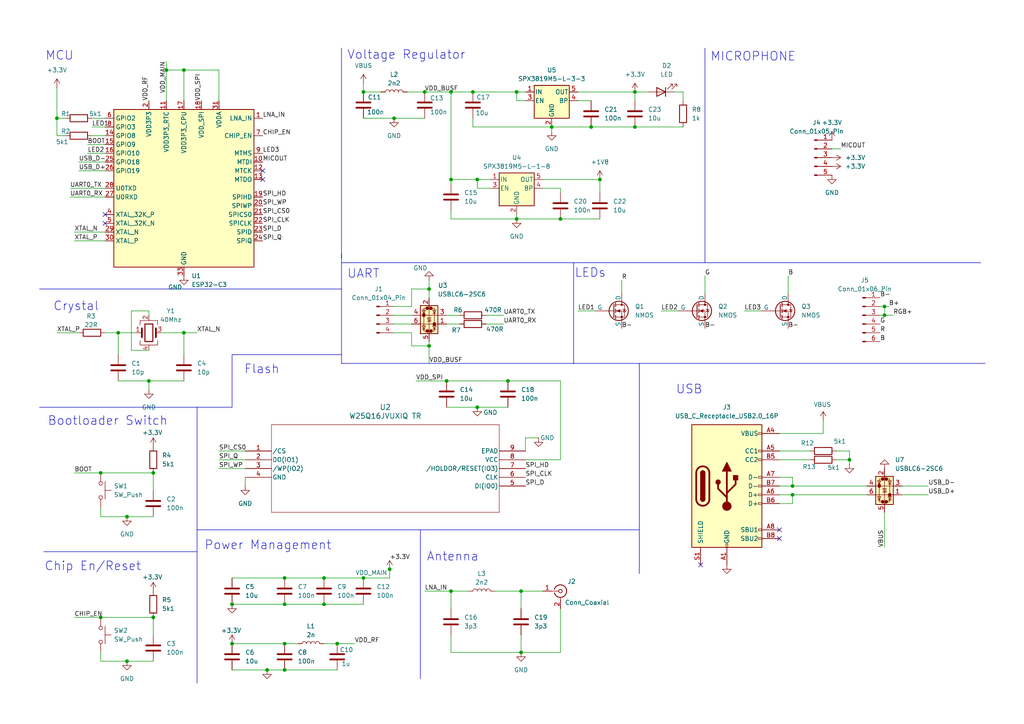
<source format=kicad_sch>
(kicad_sch (version 20231120) (generator "eeschema") (generator_version "8.0")
  (paper "A4")
  (junction (at 34.29 96.52))
  (junction (at 43.18 110.49))
  (junction (at 93.98 175.26))
  (junction (at 171.45 36.83))
  (junction (at 229.87 140.97))
  (junction (at 97.79 186.69))
  (junction (at 113.03 165.1))
  (junction (at 44.45 137.16))
  (junction (at 130.81 171.45))
  (junction (at 246.38 133.35))
  (junction (at 105.41 167.64))
  (junction (at 184.15 26.67))
  (junction (at 162.56 63.5))
  (junction (at 160.02 36.83))
  (junction (at 149.86 63.5))
  (junction (at 124.46 83.82))
  (junction (at 151.13 189.23))
  (junction (at 93.98 167.64))
  (junction (at 67.31 175.26))
  (junction (at 173.99 52.07))
  (junction (at 29.21 137.16))
  (junction (at 256.54 88.9))
  (junction (at 129.54 110.49))
  (junction (at 44.45 179.07))
  (junction (at 82.55 167.64))
  (junction (at 137.16 26.67))
  (junction (at 229.87 143.51))
  (junction (at 77.47 194.31))
  (junction (at 53.34 20.32))
  (junction (at 82.55 194.31))
  (junction (at 138.43 118.11))
  (junction (at 53.34 96.52))
  (junction (at 67.31 186.69))
  (junction (at 123.19 26.67))
  (junction (at 105.41 26.67))
  (junction (at 114.3 34.29))
  (junction (at 256.54 91.44))
  (junction (at 82.55 175.26))
  (junction (at 151.13 171.45))
  (junction (at 130.81 52.07))
  (junction (at 130.81 26.67))
  (junction (at 36.83 191.77))
  (junction (at 29.21 179.07))
  (junction (at 147.32 110.49))
  (junction (at 149.86 26.67))
  (junction (at 124.46 100.33))
  (junction (at 138.43 52.07))
  (junction (at 184.15 36.83))
  (junction (at 36.83 149.86))
  (junction (at 82.55 186.69))
  (junction (at 48.26 20.32))
  (junction (at 16.51 34.29))
  (no_connect (at 76.2 49.53))
  (no_connect (at 203.2 163.83))
  (no_connect (at 226.06 156.21))
  (no_connect (at 30.48 62.23))
  (no_connect (at 226.06 153.67))
  (no_connect (at 30.48 64.77))
  (no_connect (at 76.2 52.07))
  (polyline (pts (xy 121.92 153.67) (xy 121.92 196.85)))
  (wire (pts (xy 191.77 90.17) (xy 196.85 90.17)))
  (wire (pts (xy 135.89 171.45) (xy 130.81 171.45)))
  (wire (pts (xy 21.59 67.31) (xy 30.48 67.31)))
  (wire (pts (xy 238.76 125.73) (xy 238.76 121.92)))
  (wire (pts (xy 22.86 49.53) (xy 30.48 49.53)))
  (wire (pts (xy 226.06 125.73) (xy 238.76 125.73)))
  (wire (pts (xy 149.86 63.5) (xy 162.56 63.5)))
  (wire (pts (xy 124.46 100.33) (xy 124.46 105.41)))
  (wire (pts (xy 257.81 88.9) (xy 256.54 88.9)))
  (wire (pts (xy 82.55 167.64) (xy 93.98 167.64)))
  (wire (pts (xy 226.06 138.43) (xy 229.87 138.43)))
  (wire (pts (xy 43.18 90.17) (xy 43.18 91.44)))
  (wire (pts (xy 143.51 171.45) (xy 151.13 171.45)))
  (wire (pts (xy 152.4 127) (xy 156.21 127)))
  (wire (pts (xy 44.45 142.24) (xy 44.45 137.16)))
  (wire (pts (xy 29.21 149.86) (xy 36.83 149.86)))
  (polyline (pts (xy 129.54 153.67) (xy 185.42 153.67)))
  (wire (pts (xy 246.38 130.81) (xy 246.38 133.35)))
  (polyline (pts (xy 99.06 13.97) (xy 99.06 74.93)))
  (wire (pts (xy 256.54 88.9) (xy 255.27 88.9)))
  (wire (pts (xy 26.67 36.83) (xy 30.48 36.83)))
  (polyline (pts (xy 99.06 76.2) (xy 118.11 76.2)))
  (wire (pts (xy 167.64 90.17) (xy 172.72 90.17)))
  (wire (pts (xy 20.32 54.61) (xy 30.48 54.61)))
  (wire (pts (xy 129.54 91.44) (xy 133.35 91.44)))
  (wire (pts (xy 162.56 176.53) (xy 162.56 189.23)))
  (wire (pts (xy 256.54 91.44) (xy 255.27 91.44)))
  (wire (pts (xy 140.97 93.98) (xy 146.05 93.98)))
  (wire (pts (xy 93.98 175.26) (xy 105.41 175.26)))
  (wire (pts (xy 63.5 20.32) (xy 53.34 20.32)))
  (wire (pts (xy 46.99 96.52) (xy 53.34 96.52)))
  (polyline (pts (xy 99.06 73.66) (xy 99.06 105.41)))
  (wire (pts (xy 149.86 26.67) (xy 152.4 26.67)))
  (wire (pts (xy 114.3 88.9) (xy 119.38 88.9)))
  (wire (pts (xy 256.54 88.9) (xy 256.54 91.44)))
  (wire (pts (xy 20.32 57.15) (xy 30.48 57.15)))
  (wire (pts (xy 130.81 63.5) (xy 149.86 63.5)))
  (wire (pts (xy 140.97 91.44) (xy 146.05 91.44)))
  (wire (pts (xy 53.34 20.32) (xy 48.26 20.32)))
  (wire (pts (xy 142.24 52.07) (xy 138.43 52.07)))
  (wire (pts (xy 113.03 162.56) (xy 113.03 165.1)))
  (wire (pts (xy 113.03 165.1) (xy 113.03 167.64)))
  (wire (pts (xy 130.81 60.96) (xy 130.81 63.5)))
  (wire (pts (xy 119.38 100.33) (xy 124.46 100.33)))
  (wire (pts (xy 82.55 194.31) (xy 97.79 194.31)))
  (wire (pts (xy 67.31 167.64) (xy 82.55 167.64)))
  (wire (pts (xy 43.18 110.49) (xy 43.18 113.03)))
  (wire (pts (xy 138.43 54.61) (xy 138.43 52.07)))
  (wire (pts (xy 16.51 25.4) (xy 16.51 34.29)))
  (wire (pts (xy 119.38 83.82) (xy 124.46 83.82)))
  (wire (pts (xy 82.55 186.69) (xy 86.36 186.69)))
  (wire (pts (xy 44.45 179.07) (xy 29.21 179.07)))
  (polyline (pts (xy 57.15 160.02) (xy 57.15 118.11)))
  (polyline (pts (xy 12.7 160.02) (xy 57.15 160.02)))
  (wire (pts (xy 162.56 63.5) (xy 173.99 63.5)))
  (wire (pts (xy 114.3 34.29) (xy 123.19 34.29)))
  (wire (pts (xy 226.06 130.81) (xy 234.95 130.81)))
  (wire (pts (xy 93.98 167.64) (xy 105.41 167.64)))
  (wire (pts (xy 43.18 110.49) (xy 53.34 110.49)))
  (wire (pts (xy 149.86 29.21) (xy 149.86 26.67)))
  (wire (pts (xy 29.21 147.32) (xy 29.21 149.86)))
  (wire (pts (xy 162.56 189.23) (xy 151.13 189.23)))
  (polyline (pts (xy 11.43 118.11) (xy 67.31 118.11)))
  (wire (pts (xy 34.29 110.49) (xy 43.18 110.49)))
  (wire (pts (xy 228.6 80.01) (xy 228.6 85.09)))
  (wire (pts (xy 123.19 171.45) (xy 130.81 171.45)))
  (wire (pts (xy 29.21 189.23) (xy 29.21 191.77)))
  (wire (pts (xy 36.83 191.77) (xy 44.45 191.77)))
  (wire (pts (xy 105.41 26.67) (xy 110.49 26.67)))
  (wire (pts (xy 124.46 83.82) (xy 124.46 86.36)))
  (wire (pts (xy 152.4 29.21) (xy 149.86 29.21)))
  (wire (pts (xy 71.12 140.97) (xy 71.12 138.43)))
  (wire (pts (xy 22.86 46.99) (xy 30.48 46.99)))
  (wire (pts (xy 129.54 110.49) (xy 147.32 110.49)))
  (wire (pts (xy 63.5 130.81) (xy 71.12 130.81)))
  (wire (pts (xy 16.51 34.29) (xy 19.05 34.29)))
  (wire (pts (xy 130.81 53.34) (xy 130.81 52.07)))
  (wire (pts (xy 105.41 34.29) (xy 114.3 34.29)))
  (wire (pts (xy 242.57 130.81) (xy 246.38 130.81)))
  (polyline (pts (xy 67.31 102.87) (xy 99.06 102.87)))
  (wire (pts (xy 38.1 101.6) (xy 38.1 90.17)))
  (wire (pts (xy 184.15 26.67) (xy 184.15 29.21)))
  (wire (pts (xy 259.08 91.44) (xy 256.54 91.44)))
  (wire (pts (xy 82.55 175.26) (xy 93.98 175.26)))
  (wire (pts (xy 34.29 96.52) (xy 39.37 96.52)))
  (wire (pts (xy 124.46 81.28) (xy 124.46 83.82)))
  (wire (pts (xy 119.38 88.9) (xy 119.38 83.82)))
  (polyline (pts (xy 166.37 105.41) (xy 285.75 105.41)))
  (polyline (pts (xy 118.11 76.2) (xy 204.47 76.2)))
  (wire (pts (xy 129.54 93.98) (xy 133.35 93.98)))
  (wire (pts (xy 105.41 24.13) (xy 105.41 26.67)))
  (wire (pts (xy 130.81 26.67) (xy 130.81 52.07)))
  (wire (pts (xy 241.3 43.18) (xy 243.84 43.18)))
  (wire (pts (xy 160.02 36.83) (xy 160.02 38.1)))
  (wire (pts (xy 16.51 39.37) (xy 16.51 34.29)))
  (polyline (pts (xy 204.47 76.2) (xy 284.48 76.2)))
  (wire (pts (xy 123.19 26.67) (xy 130.81 26.67)))
  (wire (pts (xy 97.79 186.69) (xy 102.87 186.69)))
  (polyline (pts (xy 204.47 13.97) (xy 204.47 76.2)))
  (wire (pts (xy 151.13 171.45) (xy 157.48 171.45)))
  (wire (pts (xy 261.62 143.51) (xy 269.24 143.51)))
  (wire (pts (xy 130.81 52.07) (xy 138.43 52.07)))
  (wire (pts (xy 229.87 140.97) (xy 251.46 140.97)))
  (polyline (pts (xy 57.15 153.67) (xy 129.54 153.67)))
  (wire (pts (xy 67.31 175.26) (xy 82.55 175.26)))
  (wire (pts (xy 118.11 26.67) (xy 123.19 26.67)))
  (wire (pts (xy 198.12 26.67) (xy 198.12 29.21)))
  (wire (pts (xy 261.62 140.97) (xy 269.24 140.97)))
  (wire (pts (xy 25.4 41.91) (xy 30.48 41.91)))
  (wire (pts (xy 44.45 137.16) (xy 29.21 137.16)))
  (wire (pts (xy 130.81 189.23) (xy 130.81 184.15)))
  (wire (pts (xy 229.87 143.51) (xy 251.46 143.51)))
  (polyline (pts (xy 57.15 160.02) (xy 57.15 198.12)))
  (wire (pts (xy 229.87 146.05) (xy 229.87 143.51)))
  (wire (pts (xy 36.83 149.86) (xy 44.45 149.86)))
  (wire (pts (xy 44.45 184.15) (xy 44.45 179.07)))
  (wire (pts (xy 53.34 29.21) (xy 53.34 20.32)))
  (wire (pts (xy 48.26 17.78) (xy 48.26 20.32)))
  (wire (pts (xy 71.12 135.89) (xy 63.5 135.89)))
  (wire (pts (xy 129.54 118.11) (xy 138.43 118.11)))
  (wire (pts (xy 204.47 80.01) (xy 204.47 85.09)))
  (wire (pts (xy 195.58 26.67) (xy 198.12 26.67)))
  (wire (pts (xy 53.34 96.52) (xy 57.15 96.52)))
  (wire (pts (xy 215.9 90.17) (xy 220.98 90.17)))
  (wire (pts (xy 256.54 148.59) (xy 256.54 158.75)))
  (wire (pts (xy 149.86 62.23) (xy 149.86 63.5)))
  (wire (pts (xy 53.34 102.87) (xy 53.34 96.52)))
  (wire (pts (xy 48.26 20.32) (xy 48.26 29.21)))
  (polyline (pts (xy 166.37 105.41) (xy 99.06 105.41)))
  (polyline (pts (xy 185.42 105.41) (xy 185.42 166.37)))
  (wire (pts (xy 119.38 96.52) (xy 119.38 100.33)))
  (wire (pts (xy 180.34 81.28) (xy 180.34 85.09)))
  (wire (pts (xy 157.48 52.07) (xy 173.99 52.07)))
  (polyline (pts (xy 11.43 83.82) (xy 99.06 83.82)))
  (wire (pts (xy 124.46 99.06) (xy 124.46 100.33)))
  (wire (pts (xy 26.67 39.37) (xy 30.48 39.37)))
  (wire (pts (xy 67.31 186.69) (xy 82.55 186.69)))
  (wire (pts (xy 152.4 130.81) (xy 152.4 127)))
  (wire (pts (xy 38.1 90.17) (xy 43.18 90.17)))
  (wire (pts (xy 226.06 133.35) (xy 234.95 133.35)))
  (wire (pts (xy 29.21 191.77) (xy 36.83 191.77)))
  (wire (pts (xy 16.51 96.52) (xy 22.86 96.52)))
  (wire (pts (xy 43.18 101.6) (xy 38.1 101.6)))
  (wire (pts (xy 226.06 146.05) (xy 229.87 146.05)))
  (wire (pts (xy 34.29 102.87) (xy 34.29 96.52)))
  (wire (pts (xy 105.41 167.64) (xy 113.03 167.64)))
  (wire (pts (xy 171.45 36.83) (xy 184.15 36.83)))
  (wire (pts (xy 157.48 54.61) (xy 162.56 54.61)))
  (wire (pts (xy 114.3 96.52) (xy 119.38 96.52)))
  (wire (pts (xy 226.06 143.51) (xy 229.87 143.51)))
  (wire (pts (xy 138.43 118.11) (xy 147.32 118.11)))
  (wire (pts (xy 147.32 110.49) (xy 162.56 110.49)))
  (wire (pts (xy 151.13 171.45) (xy 151.13 176.53)))
  (wire (pts (xy 151.13 184.15) (xy 151.13 189.23)))
  (wire (pts (xy 160.02 36.83) (xy 171.45 36.83)))
  (wire (pts (xy 137.16 26.67) (xy 149.86 26.67)))
  (wire (pts (xy 173.99 52.07) (xy 173.99 55.88)))
  (polyline (pts (xy 67.31 118.11) (xy 67.31 102.87)))
  (wire (pts (xy 114.3 91.44) (xy 119.38 91.44)))
  (wire (pts (xy 162.56 133.35) (xy 152.4 133.35)))
  (wire (pts (xy 162.56 110.49) (xy 162.56 133.35)))
  (wire (pts (xy 21.59 69.85) (xy 30.48 69.85)))
  (wire (pts (xy 130.81 171.45) (xy 130.81 176.53)))
  (wire (pts (xy 29.21 179.07) (xy 21.59 179.07)))
  (polyline (pts (xy 166.37 105.41) (xy 166.37 76.2)))
  (wire (pts (xy 67.31 194.31) (xy 77.47 194.31)))
  (wire (pts (xy 93.98 186.69) (xy 97.79 186.69)))
  (wire (pts (xy 184.15 26.67) (xy 187.96 26.67)))
  (wire (pts (xy 229.87 138.43) (xy 229.87 140.97)))
  (wire (pts (xy 167.64 29.21) (xy 171.45 29.21)))
  (wire (pts (xy 137.16 36.83) (xy 160.02 36.83)))
  (wire (pts (xy 162.56 54.61) (xy 162.56 55.88)))
  (wire (pts (xy 63.5 133.35) (xy 71.12 133.35)))
  (wire (pts (xy 30.48 96.52) (xy 34.29 96.52)))
  (wire (pts (xy 226.06 140.97) (xy 229.87 140.97)))
  (wire (pts (xy 29.21 137.16) (xy 21.59 137.16)))
  (wire (pts (xy 142.24 54.61) (xy 138.43 54.61)))
  (wire (pts (xy 120.65 110.49) (xy 129.54 110.49)))
  (wire (pts (xy 19.05 39.37) (xy 16.51 39.37)))
  (wire (pts (xy 137.16 34.29) (xy 137.16 36.83)))
  (wire (pts (xy 26.67 34.29) (xy 30.48 34.29)))
  (wire (pts (xy 114.3 93.98) (xy 119.38 93.98)))
  (wire (pts (xy 184.15 36.83) (xy 198.12 36.83)))
  (wire (pts (xy 151.13 189.23) (xy 130.81 189.23)))
  (wire (pts (xy 242.57 133.35) (xy 246.38 133.35)))
  (wire (pts (xy 77.47 194.31) (xy 82.55 194.31)))
  (wire (pts (xy 246.38 133.35) (xy 246.38 134.62)))
  (wire (pts (xy 167.64 26.67) (xy 184.15 26.67)))
  (wire (pts (xy 63.5 29.21) (xy 63.5 20.32)))
  (wire (pts (xy 130.81 26.67) (xy 137.16 26.67)))
  (wire (pts (xy 25.4 44.45) (xy 30.48 44.45)))
  (text "USB" (at 199.898 113.03 0) (effects (font (size 2.54 2.54))))
  (text "UART" (at 105.41 79.502 0) (effects (font (size 2.54 2.54))))
  (text "MCU" (at 17.272 16.256 0) (effects (font (size 2.54 2.54))))
  (text "Chip En/Reset" (at 26.924 164.338 0) (effects (font (size 2.54 2.54))))
  (text "Voltage Regulator" (at 117.856 16.002 0) (effects (font (size 2.54 2.54))))
  (text "Bootloader Switch" (at 31.242 122.174 0) (effects (font (size 2.54 2.54))))
  (text "MICROPHONE" (at 218.44 16.51 0) (effects (font (size 2.54 2.54))))
  (text "Crystal" (at 22.098 88.9 0) (effects (font (size 2.54 2.54))))
  (text "Antenna" (at 131.318 161.544 0) (effects (font (size 2.54 2.54))))
  (text "Power Management" (at 77.724 158.242 0) (effects (font (size 2.54 2.54))))
  (text "LEDs" (at 171.196 79.248 0) (effects (font (size 2.54 2.54))))
  (text "Flash" (at 75.946 107.188 0) (effects (font (size 2.54 2.54))))
  (label "B" (at 255.27 99.06 0))
  (label "LED1" (at 167.64 90.17 0))
  (label "B+" (at 257.81 88.9 0))
  (label "SPI_D" (at 152.4 140.97 0))
  (label "MICOUT" (at 243.84 43.18 0))
  (label "USB_D+" (at 269.24 143.51 0))
  (label "USB_D-" (at 22.86 46.99 0))
  (label "B" (at 228.6 80.01 0))
  (label "B-" (at 204.47 95.25 0))
  (label "VDD_RF" (at 43.18 29.21 90))
  (label "UART0_RX" (at 146.05 93.98 0))
  (label "LED3" (at 76.2 44.45 0))
  (label "UART0_RX" (at 20.32 57.15 0))
  (label "B-" (at 255.27 86.36 0))
  (label "SPI_CLK" (at 76.2 64.77 0))
  (label "VDD_SPI" (at 120.65 110.49 0))
  (label "CHIP_EN" (at 21.59 179.07 0))
  (label "SPI_HD" (at 76.2 57.15 0))
  (label "MICOUT" (at 76.2 46.99 0))
  (label "LED2" (at 25.4 44.45 0))
  (label "SPI_WP" (at 63.5 135.89 0))
  (label "XTAL_P" (at 21.59 69.85 0))
  (label "CHIP_EN" (at 76.2 39.37 0))
  (label "VBUS" (at 256.54 158.75 90))
  (label "LED3" (at 215.9 90.17 0))
  (label "VDD_RF" (at 102.87 186.69 0))
  (label "VDD_SPI" (at 58.42 29.21 90))
  (label "RGB+" (at 259.08 91.44 0))
  (label "SPI_D" (at 76.2 67.31 0))
  (label "LNA_IN" (at 76.2 34.29 0))
  (label "XTAL_P" (at 16.51 96.52 0))
  (label "VDD_MAIN" (at 48.26 17.78 270))
  (label "BOOT" (at 25.4 41.91 0))
  (label "VDD_BUSF" (at 123.19 26.67 0))
  (label "R" (at 180.34 81.28 0))
  (label "BOOT" (at 21.59 137.16 0))
  (label "+3.3V" (at 113.03 162.56 0))
  (label "G" (at 204.47 80.01 0))
  (label "UART0_TX" (at 20.32 54.61 0))
  (label "SPI_CS0" (at 63.5 130.81 0))
  (label "R" (at 255.27 96.52 0))
  (label "G" (at 255.27 93.98 0))
  (label "XTAL_N" (at 57.15 96.52 0))
  (label "SPI_WP" (at 76.2 59.69 0))
  (label "USB_D-" (at 269.24 140.97 0))
  (label "SPI_Q" (at 63.5 133.35 0))
  (label "SPI_Q" (at 76.2 69.85 0))
  (label "B-" (at 228.6 95.25 0))
  (label "SPI_CS0" (at 76.2 62.23 0))
  (label "USB_D+" (at 22.86 49.53 0))
  (label "XTAL_N" (at 21.59 67.31 0))
  (label "SPI_HD" (at 152.4 135.89 0))
  (label "UART0_TX" (at 146.05 91.44 0))
  (label "SPI_CLK" (at 152.4 138.43 0))
  (label "LNA_IN" (at 123.19 171.45 0))
  (label "B-" (at 180.34 95.25 0))
  (label "LED1" (at 26.67 36.83 0))
  (label "LED2" (at 191.77 90.17 0))
  (label "VDD_BUSF" (at 124.46 105.41 0))
  (symbol (lib_id "Device:Crystal_GND24") (at 43.18 96.52 0) (unit 1)
    (property "Reference" "Y1" (at 49.53 90.2014 0))
    (property "Value" "40Mhz" (at 49.53 92.7414 0))
    (property "Footprint" "Crystal:Crystal_SMD_EuroQuartz_MQ-4Pin_7.0x5.0mm_HandSoldering" (effects (hide yes)))
    (property "Description" "Four pin crystal, GND on pins 2 and 4" (effects (hide yes)))
  )
  (symbol (lib_id "Device:C") (at 130.81 180.34 0) (unit 1)
    (property "Reference" "C16" (at 134.62 179.0699 0) (effects (justify left)))
    (property "Value" "3p3" (at 134.62 181.6099 0) (effects (justify left)))
    (property "Footprint" "Capacitor_SMD:C_0805_2012Metric_Pad1.18x1.45mm_HandSolder" (effects (hide yes)))
    (property "Description" "Unpolarized capacitor" (effects (hide yes)))
  )
  (symbol (lib_id "power:+3.3V") (at 44.45 171.45 0) (unit 1)
    (property "Reference" "#PWR05" (effects (hide yes)))
    (property "Value" "+3.3V" (at 44.196 167.386 0))
    (property "Description" "Power symbol creates a global label with name \"+3.3V\"" (effects (hide yes)))
  )
  (symbol (lib_id "Device:R") (at 137.16 91.44 90) (unit 1)
    (property "Reference" "R6" (at 132.842 89.916 90))
    (property "Value" "470R" (at 143.002 89.916 90))
    (property "Footprint" "Resistor_SMD:R_0805_2012Metric_Pad1.20x1.40mm_HandSolder" (effects (hide yes)))
    (property "Description" "Resistor" (effects (hide yes)))
  )
  (symbol (lib_id "Simulation_SPICE:NMOS") (at 201.93 90.17 0) (unit 1)
    (property "Reference" "Q2" (at 208.28 88.8999 0) (effects (justify left)))
    (property "Value" "NMOS" (at 208.28 91.4399 0) (effects (justify left)))
    (property "Footprint" "Package_TO_SOT_THT:TO-247-3_Vertical" (effects (hide yes)))
    (property "Datasheet" "https://ngspice.sourceforge.io/docs/ngspice-html-manual/manual.xhtml#cha_MOSFETs" (effects (hide yes)))
    (property "Description" "N-MOSFET transistor, drain/source/gate" (effects (hide yes)))
    (property "Sim.Device" "NMOS" (effects (hide yes)))
    (property "Sim.Type" "VDMOS" (effects (hide yes)))
    (property "Sim.Pins" "1=D 2=G 3=S" (effects (hide yes)))
  )
  (symbol (lib_id "power:GND") (at 43.18 113.03 0) (unit 1)
    (property "Reference" "#PWR033" (effects (hide yes)))
    (property "Value" "GND" (at 43.18 118.11 0))
    (property "Description" "Power symbol creates a global label with name \"GND\" , ground" (effects (hide yes)))
  )
  (symbol (lib_id "power:GND") (at 156.21 127 0) (unit 1)
    (property "Reference" "#PWR018" (effects (hide yes)))
    (property "Value" "GND" (at 158.75 127 0))
    (property "Description" "Power symbol creates a global label with name \"GND\" , ground" (effects (hide yes)))
  )
  (symbol (lib_id "Device:R") (at 238.76 133.35 90) (unit 1)
    (property "Reference" "R13" (at 234.696 135.382 90))
    (property "Value" "5k1" (at 241.808 135.636 90))
    (property "Footprint" "Resistor_SMD:R_0805_2012Metric_Pad1.20x1.40mm_HandSolder" (effects (hide yes)))
    (property "Description" "Resistor" (effects (hide yes)))
  )
  (symbol (lib_id "MCU_Espressif:ESP32-C3") (at 53.34 54.61 0) (unit 1)
    (property "Reference" "U1" (at 55.5341 80.01 0) (effects (justify left)))
    (property "Value" "ESP32-C3" (at 55.5341 82.55 0) (effects (justify left)))
    (property "Footprint" "Package_DFN_QFN:QFN-32-1EP_5x5mm_P0.5mm_EP3.7x3.7mm" (effects (hide yes)))
    (property "Datasheet" "https://www.espressif.com/sites/default/files/documentation/esp32-c3_datasheet_en.pdf" (effects (hide yes)))
    (property "Description" "RF Module, ESP32 SoC, RISC-V, WiFi 802.11b/n/g, Bluetooth LE 5, QFN32" (effects (hide yes)))
  )
  (symbol (lib_id "Device:C") (at 105.41 30.48 0) (unit 1)
    (property "Reference" "C11" (at 106.68 28.194 0) (effects (justify left)))
    (property "Value" "100n" (at 106.426 32.512 0) (effects (justify left)))
    (property "Footprint" "Capacitor_SMD:C_0805_2012Metric_Pad1.18x1.45mm_HandSolder" (effects (hide yes)))
    (property "Description" "Unpolarized capacitor" (effects (hide yes)))
  )
  (symbol (lib_id "power:GND") (at 210.82 163.83 0) (unit 1)
    (property "Reference" "#PWR023" (effects (hide yes)))
    (property "Value" "GND" (effects (hide yes)))
    (property "Description" "Power symbol creates a global label with name \"GND\" , ground" (effects (hide yes)))
  )
  (symbol (lib_id "Device:R") (at 22.86 34.29 90) (unit 1)
    (property "Reference" "R1" (at 19.05 33.02 90))
    (property "Value" "5k1" (at 27.686 33.02 90))
    (property "Footprint" "Resistor_SMD:R_0805_2012Metric_Pad1.20x1.40mm_HandSolder" (effects (hide yes)))
    (property "Description" "Resistor" (effects (hide yes)))
  )
  (symbol (lib_id "Connector:Conn_01x06_Pin") (at 250.19 91.44 0) (unit 1)
    (property "Reference" "J5" (at 250.825 81.28 0))
    (property "Value" "Conn_01x06_Pin" (at 250.825 83.82 0))
    (property "Footprint" "Connector_PinSocket_2.00mm:PinSocket_1x06_P2.00mm_Vertical_SMD_Pin1Right" (effects (hide yes)))
    (property "Description" "Generic connector, single row, 01x06, script generated" (effects (hide yes)))
  )
  (symbol (lib_id "Device:C") (at 44.45 146.05 0) (unit 1)
    (property "Reference" "C2" (at 48.26 144.7799 0) (effects (justify left)))
    (property "Value" "100n" (at 48.26 147.3199 0) (effects (justify left)))
    (property "Footprint" "Capacitor_SMD:C_0805_2012Metric_Pad1.18x1.45mm_HandSolder" (effects (hide yes)))
    (property "Description" "Unpolarized capacitor" (effects (hide yes)))
  )
  (symbol (lib_id "power:GND") (at 71.12 140.97 0) (unit 1)
    (property "Reference" "#PWR09" (effects (hide yes)))
    (property "Value" "GND" (at 71.12 146.05 0))
    (property "Description" "Power symbol creates a global label with name \"GND\" , ground" (effects (hide yes)))
  )
  (symbol (lib_id "power:+3.3V") (at 44.45 129.54 0) (unit 1)
    (property "Reference" "#PWR04" (effects (hide yes)))
    (property "Value" "+3.3V" (at 44.196 125.476 0))
    (property "Description" "Power symbol creates a global label with name \"+3.3V\"" (effects (hide yes)))
  )
  (symbol (lib_id "Connector:Conn_01x05_Pin") (at 236.22 45.72 0) (unit 1)
    (property "Reference" "J4" (at 236.855 35.56 0))
    (property "Value" "Conn_01x05_Pin" (at 236.855 38.1 0))
    (property "Footprint" "Connector_PinSocket_2.00mm:PinSocket_1x05_P2.00mm_Vertical_SMD_Pin1Right" (effects (hide yes)))
    (property "Description" "Generic connector, single row, 01x05, script generated" (effects (hide yes)))
  )
  (symbol (lib_id "power:GND") (at 124.46 81.28 180) (unit 1)
    (property "Reference" "#PWR014" (effects (hide yes)))
    (property "Value" "GND" (at 121.92 77.724 0))
    (property "Description" "Power symbol creates a global label with name \"GND\" , ground" (effects (hide yes)))
  )
  (symbol (lib_id "Connector:Conn_01x04_Pin") (at 109.22 91.44 0) (unit 1)
    (property "Reference" "J1" (at 109.855 83.82 0))
    (property "Value" "Conn_01x04_Pin" (at 109.855 86.36 0))
    (property "Footprint" "Connector_PinSocket_2.00mm:PinSocket_1x04_P2.00mm_Vertical" (effects (hide yes)))
    (property "Description" "Generic connector, single row, 01x04, script generated" (effects (hide yes)))
  )
  (symbol (lib_id "power:+3.3V") (at 184.15 26.67 0) (unit 1)
    (property "Reference" "#PWR021" (effects (hide yes)))
    (property "Value" "+3.3V" (at 184.15 21.59 0))
    (property "Description" "Power symbol creates a global label with name \"+3.3V\"" (effects (hide yes)))
  )
  (symbol (lib_id "power:+3.3V") (at 16.51 25.4 0) (unit 1)
    (property "Reference" "#PWR01" (effects (hide yes)))
    (property "Value" "+3.3V" (at 16.51 20.32 0))
    (property "Description" "Power symbol creates a global label with name \"+3.3V\"" (effects (hide yes)))
  )
  (symbol (lib_id "Device:C") (at 82.55 171.45 0) (unit 1)
    (property "Reference" "C7" (at 86.36 170.1799 0) (effects (justify left)))
    (property "Value" "100n" (at 86.36 172.7199 0) (effects (justify left)))
    (property "Footprint" "Capacitor_SMD:C_0805_2012Metric_Pad1.18x1.45mm_HandSolder" (effects (hide yes)))
    (property "Description" "Unpolarized capacitor" (effects (hide yes)))
  )
  (symbol (lib_id "Device:C") (at 129.54 114.3 0) (unit 1)
    (property "Reference" "C14" (at 133.35 113.0299 0) (effects (justify left)))
    (property "Value" "10u" (at 133.35 115.5699 0) (effects (justify left)))
    (property "Footprint" "Capacitor_SMD:C_0805_2012Metric_Pad1.18x1.45mm_HandSolder" (effects (hide yes)))
    (property "Description" "Unpolarized capacitor" (effects (hide yes)))
  )
  (symbol (lib_id "power:GND") (at 36.83 149.86 0) (unit 1)
    (property "Reference" "#PWR02" (effects (hide yes)))
    (property "Value" "GND" (at 36.83 154.94 0))
    (property "Description" "Power symbol creates a global label with name \"GND\" , ground" (effects (hide yes)))
  )
  (symbol (lib_id "power:+1V8") (at 173.99 52.07 0) (unit 1)
    (property "Reference" "#PWR020" (effects (hide yes)))
    (property "Value" "+1V8" (at 173.99 46.99 0))
    (property "Description" "Power symbol creates a global label with name \"+1V8\"" (effects (hide yes)))
  )
  (symbol (lib_id "Device:C") (at 162.56 59.69 0) (unit 1)
    (property "Reference" "C20" (at 166.37 58.4199 0) (effects (justify left)))
    (property "Value" "100n" (at 166.37 60.9599 0) (effects (justify left)))
    (property "Footprint" "Capacitor_SMD:C_0805_2012Metric_Pad1.18x1.45mm_HandSolder" (effects (hide yes)))
    (property "Description" "Unpolarized capacitor" (effects (hide yes)))
  )
  (symbol (lib_id "power:GND") (at 36.83 191.77 0) (unit 1)
    (property "Reference" "#PWR03" (effects (hide yes)))
    (property "Value" "GND" (at 36.83 196.85 0))
    (property "Description" "Power symbol creates a global label with name \"GND\" , ground" (effects (hide yes)))
  )
  (symbol (lib_id "Device:R") (at 238.76 130.81 90) (unit 1)
    (property "Reference" "R12" (at 234.188 128.524 90))
    (property "Value" "5k1" (at 243.586 128.016 90))
    (property "Footprint" "Resistor_SMD:R_0805_2012Metric_Pad1.20x1.40mm_HandSolder" (effects (hide yes)))
    (property "Description" "Resistor" (effects (hide yes)))
  )
  (symbol (lib_id "Device:C") (at 53.34 106.68 0) (unit 1)
    (property "Reference" "C4" (at 57.15 105.4099 0) (effects (justify left)))
    (property "Value" "10p" (at 57.15 107.9499 0) (effects (justify left)))
    (property "Footprint" "Capacitor_SMD:C_0805_2012Metric_Pad1.18x1.45mm_HandSolder" (effects (hide yes)))
    (property "Description" "Unpolarized capacitor" (effects (hide yes)))
  )
  (symbol (lib_id "power:GND") (at 256.54 135.89 180) (unit 1)
    (property "Reference" "#PWR032" (effects (hide yes)))
    (property "Value" "GND" (effects (hide yes)))
    (property "Description" "Power symbol creates a global label with name \"GND\" , ground" (effects (hide yes)))
  )
  (symbol (lib_id "Regulator_Linear:SPX3819M5-L-3-3") (at 160.02 29.21 0) (unit 1)
    (property "Reference" "U5" (at 160.02 20.32 0))
    (property "Value" "SPX3819M5-L-3-3" (at 160.02 22.86 0))
    (property "Footprint" "Package_TO_SOT_SMD:SOT-23-5" (effects (hide yes)))
    (property "Datasheet" "https://www.exar.com/content/document.ashx?id=22106&languageid=1033&type=Datasheet&partnumber=SPX3819&filename=SPX3819.pdf&part=SPX3819" (effects (hide yes)))
    (property "Description" "500mA Low drop-out regulator, Fixed Output 3.3V, SOT-23-5" (effects (hide yes)))
  )
  (symbol (lib_id "Device:R") (at 198.12 33.02 0) (unit 1)
    (property "Reference" "R8" (at 200.66 31.7499 0) (effects (justify left)))
    (property "Value" "1k" (at 200.66 34.2899 0) (effects (justify left)))
    (property "Footprint" "Resistor_SMD:R_0805_2012Metric_Pad1.20x1.40mm_HandSolder" (effects (hide yes)))
    (property "Description" "Resistor" (effects (hide yes)))
  )
  (symbol (lib_id "power:GND") (at 67.31 175.26 0) (unit 1)
    (property "Reference" "#PWR07" (effects (hide yes)))
    (property "Value" "GND" (effects (hide yes)))
    (property "Description" "Power symbol creates a global label with name \"GND\" , ground" (effects (hide yes)))
  )
  (symbol (lib_id "Device:C") (at 97.79 190.5 0) (unit 1)
    (property "Reference" "C10" (at 98.552 188.468 0) (effects (justify left)))
    (property "Value" "1u" (at 99.06 192.532 0) (effects (justify left)))
    (property "Footprint" "Capacitor_SMD:C_0805_2012Metric_Pad1.18x1.45mm_HandSolder" (effects (hide yes)))
    (property "Description" "Unpolarized capacitor" (effects (hide yes)))
  )
  (symbol (lib_id "Simulation_SPICE:NMOS") (at 226.06 90.17 0) (unit 1)
    (property "Reference" "Q3" (at 232.41 88.8999 0) (effects (justify left)))
    (property "Value" "NMOS" (at 232.41 91.4399 0) (effects (justify left)))
    (property "Footprint" "Package_TO_SOT_THT:TO-247-3_Vertical" (effects (hide yes)))
    (property "Datasheet" "https://ngspice.sourceforge.io/docs/ngspice-html-manual/manual.xhtml#cha_MOSFETs" (effects (hide yes)))
    (property "Description" "N-MOSFET transistor, drain/source/gate" (effects (hide yes)))
    (property "Sim.Device" "NMOS" (effects (hide yes)))
    (property "Sim.Type" "VDMOS" (effects (hide yes)))
    (property "Sim.Pins" "1=D 2=G 3=S" (effects (hide yes)))
  )
  (symbol (lib_id "power:GND") (at 151.13 189.23 0) (unit 1)
    (property "Reference" "#PWR017" (effects (hide yes)))
    (property "Value" "GND" (at 151.13 194.31 0))
    (property "Description" "Power symbol creates a global label with name \"GND\" , ground" (effects (hide yes)))
  )
  (symbol (lib_id "Device:R") (at 26.67 96.52 90) (unit 1)
    (property "Reference" "R3" (at 26.416 91.694 90))
    (property "Value" "22R" (at 26.416 94.234 90))
    (property "Footprint" "Resistor_SMD:R_0805_2012Metric_Pad1.20x1.40mm_HandSolder" (effects (hide yes)))
    (property "Description" "Resistor" (effects (hide yes)))
  )
  (symbol (lib_id "Device:L") (at 114.3 26.67 90) (unit 1)
    (property "Reference" "L2" (at 114.3 21.59 90))
    (property "Value" "2n2" (at 114.3 24.13 90))
    (property "Footprint" "Inductor_SMD:L_0805_2012Metric_Pad1.15x1.40mm_HandSolder" (effects (hide yes)))
    (property "Description" "Inductor" (effects (hide yes)))
  )
  (symbol (lib_id "power:GND") (at 77.47 194.31 0) (unit 1)
    (property "Reference" "#PWR010" (effects (hide yes)))
    (property "Value" "GND" (effects (hide yes)))
    (property "Description" "Power symbol creates a global label with name \"GND\" , ground" (effects (hide yes)))
  )
  (symbol (lib_id "power:GND") (at 246.38 134.62 0) (unit 1)
    (property "Reference" "#PWR030" (effects (hide yes)))
    (property "Value" "GND" (effects (hide yes)))
    (property "Description" "Power symbol creates a global label with name \"GND\" , ground" (effects (hide yes)))
  )
  (symbol (lib_id "power:+3.3V") (at 241.3 48.26 270) (unit 1)
    (property "Reference" "#PWR029" (effects (hide yes)))
    (property "Value" "+3.3V" (at 245.11 48.2599 90) (effects (justify left)))
    (property "Description" "Power symbol creates a global label with name \"+3.3V\"" (effects (hide yes)))
  )
  (symbol (lib_id "Device:C") (at 123.19 30.48 0) (unit 1)
    (property "Reference" "C13" (at 124.714 28.448 0) (effects (justify left)))
    (property "Value" "100n" (at 124.714 32.512 0) (effects (justify left)))
    (property "Footprint" "Capacitor_SMD:C_0805_2012Metric_Pad1.18x1.45mm_HandSolder" (effects (hide yes)))
    (property "Description" "Unpolarized capacitor" (effects (hide yes)))
  )
  (symbol (lib_id "2M Flash:W25Q16JVUXIQ_TR") (at 71.12 130.81 0) (unit 1)
    (property "Reference" "U2" (at 111.76 118.11 0) (effects (font (size 1.524 1.524))))
    (property "Value" "W25Q16JVUXIQ TR" (at 111.76 120.65 0) (effects (font (size 1.524 1.524))))
    (property "Footprint" "2M Flash:USON-8_UX_2x3x0p6_WIN" (effects (hide yes)))
    (property "Datasheet" "W25Q16JVUXIQ TR" (effects (hide yes)))
  )
  (symbol (lib_id "Device:L") (at 90.17 186.69 90) (unit 1)
    (property "Reference" "L1" (at 90.17 181.61 90))
    (property "Value" "2n" (at 90.17 184.15 90))
    (property "Footprint" "Inductor_SMD:L_0805_2012Metric_Pad1.15x1.40mm_HandSolder" (effects (hide yes)))
    (property "Description" "Inductor" (effects (hide yes)))
  )
  (symbol (lib_id "Device:C") (at 151.13 180.34 0) (unit 1)
    (property "Reference" "C19" (at 154.94 179.0699 0) (effects (justify left)))
    (property "Value" "3p3" (at 154.94 181.6099 0) (effects (justify left)))
    (property "Footprint" "Capacitor_SMD:C_0805_2012Metric_Pad1.18x1.45mm_HandSolder" (effects (hide yes)))
    (property "Description" "Unpolarized capacitor" (effects (hide yes)))
  )
  (symbol (lib_id "power:GND") (at 160.02 38.1 0) (unit 1)
    (property "Reference" "#PWR019" (effects (hide yes)))
    (property "Value" "GND" (at 160.02 43.18 0))
    (property "Description" "Power symbol creates a global label with name \"GND\" , ground" (effects (hide yes)))
  )
  (symbol (lib_id "Power_Protection:USBLC6-2SC6") (at 256.54 143.51 180) (unit 1)
    (property "Reference" "U7" (at 259.5565 133.35 0) (effects (justify right)))
    (property "Value" "USBLC6-2SC6" (at 259.5565 135.89 0) (effects (justify right)))
    (property "Footprint" "Package_TO_SOT_SMD:SOT-23-6" (effects (hide yes)))
    (property "Datasheet" "https://www.st.com/resource/en/datasheet/usblc6-2.pdf" (effects (hide yes)))
    (property "Description" "Very low capacitance ESD protection diode, 2 data-line, SOT-23-6" (effects (hide yes)))
  )
  (symbol (lib_id "Device:R") (at 22.86 39.37 90) (unit 1)
    (property "Reference" "R2" (at 19.05 38.1 90))
    (property "Value" "5k1" (at 18.034 41.148 90))
    (property "Footprint" "Resistor_SMD:R_0805_2012Metric_Pad1.20x1.40mm_HandSolder" (effects (hide yes)))
    (property "Description" "Resistor" (effects (hide yes)))
  )
  (symbol (lib_id "Device:C") (at 67.31 190.5 0) (unit 1)
    (property "Reference" "C6" (at 71.12 189.2299 0) (effects (justify left)))
    (property "Value" "10u" (at 71.12 191.7699 0) (effects (justify left)))
    (property "Footprint" "Capacitor_SMD:C_0805_2012Metric_Pad1.18x1.45mm_HandSolder" (effects (hide yes)))
    (property "Description" "Unpolarized capacitor" (effects (hide yes)))
  )
  (symbol (lib_id "Device:C") (at 171.45 33.02 0) (unit 1)
    (property "Reference" "C21" (at 175.26 31.7499 0) (effects (justify left)))
    (property "Value" "100n" (at 175.26 34.2899 0) (effects (justify left)))
    (property "Footprint" "Capacitor_SMD:C_0805_2012Metric_Pad1.18x1.45mm_HandSolder" (effects (hide yes)))
    (property "Description" "Unpolarized capacitor" (effects (hide yes)))
  )
  (symbol (lib_id "Device:R") (at 44.45 175.26 0) (unit 1)
    (property "Reference" "R5" (at 46.99 173.9899 0) (effects (justify left)))
    (property "Value" "5k1" (at 46.99 176.5299 0) (effects (justify left)))
    (property "Footprint" "Resistor_SMD:R_0805_2012Metric_Pad1.20x1.40mm_HandSolder" (effects (hide yes)))
    (property "Description" "Resistor" (effects (hide yes)))
  )
  (symbol (lib_id "Device:C") (at 44.45 187.96 0) (unit 1)
    (property "Reference" "C3" (at 48.26 186.6899 0) (effects (justify left)))
    (property "Value" "100n" (at 48.26 189.2299 0) (effects (justify left)))
    (property "Footprint" "Capacitor_SMD:C_0805_2012Metric_Pad1.18x1.45mm_HandSolder" (effects (hide yes)))
    (property "Description" "Unpolarized capacitor" (effects (hide yes)))
  )
  (symbol (lib_id "Device:C") (at 184.15 33.02 0) (unit 1)
    (property "Reference" "C23" (at 187.96 31.7499 0) (effects (justify left)))
    (property "Value" "10u" (at 187.96 34.2899 0) (effects (justify left)))
    (property "Footprint" "Capacitor_SMD:C_0805_2012Metric_Pad1.18x1.45mm_HandSolder" (effects (hide yes)))
    (property "Description" "Unpolarized capacitor" (effects (hide yes)))
  )
  (symbol (lib_id "power:GND") (at 53.34 80.01 0) (unit 1)
    (property "Reference" "#PWR06" (effects (hide yes)))
    (property "Value" "GND" (at 50.8 83.312 0))
    (property "Description" "Power symbol creates a global label with name \"GND\" , ground" (effects (hide yes)))
  )
  (symbol (lib_id "Switch:SW_Push") (at 29.21 184.15 270) (unit 1)
    (property "Reference" "SW2" (at 33.02 182.8799 90) (effects (justify left)))
    (property "Value" "SW_Push" (at 33.02 185.4199 90) (effects (justify left)))
    (property "Footprint" "Button_Switch_SMD:SW_SPST_PTS645" (effects (hide yes)))
    (property "Description" "Push button switch, generic, two pins" (effects (hide yes)))
  )
  (symbol (lib_id "Device:C") (at 147.32 114.3 0) (unit 1)
    (property "Reference" "C18" (at 151.13 113.0299 0) (effects (justify left)))
    (property "Value" "100n" (at 151.13 115.5699 0) (effects (justify left)))
    (property "Footprint" "Capacitor_SMD:C_0805_2012Metric_Pad1.18x1.45mm_HandSolder" (effects (hide yes)))
    (property "Description" "Unpolarized capacitor" (effects (hide yes)))
  )
  (symbol (lib_id "power:VBUS") (at 238.76 121.92 0) (unit 1)
    (property "Reference" "#PWR027" (effects (hide yes)))
    (property "Value" "VBUS" (at 238.506 117.348 0))
    (property "Description" "Power symbol creates a global label with name \"VBUS\"" (effects (hide yes)))
  )
  (symbol (lib_id "Device:C") (at 67.31 171.45 0) (unit 1)
    (property "Reference" "C5" (at 71.12 170.1799 0) (effects (justify left)))
    (property "Value" "10u" (at 71.12 172.7199 0) (effects (justify left)))
    (property "Footprint" "Capacitor_SMD:C_0805_2012Metric_Pad1.18x1.45mm_HandSolder" (effects (hide yes)))
    (property "Description" "Unpolarized capacitor" (effects (hide yes)))
  )
  (symbol (lib_id "Device:C") (at 137.16 30.48 0) (unit 1)
    (property "Reference" "C17" (at 138.176 28.194 0) (effects (justify left)))
    (property "Value" "10u" (at 137.922 32.766 0) (effects (justify left)))
    (property "Footprint" "Capacitor_SMD:C_0805_2012Metric_Pad1.18x1.45mm_HandSolder" (effects (hide yes)))
    (property "Description" "Unpolarized capacitor" (effects (hide yes)))
  )
  (symbol (lib_id "Device:R") (at 137.16 93.98 90) (unit 1)
    (property "Reference" "R7" (at 132.334 95.758 90))
    (property "Value" "470R" (at 143.51 95.504 90))
    (property "Footprint" "Resistor_SMD:R_0805_2012Metric_Pad1.20x1.40mm_HandSolder" (effects (hide yes)))
    (property "Description" "Resistor" (effects (hide yes)))
  )
  (symbol (lib_id "Connector:Conn_Coaxial") (at 162.56 171.45 0) (unit 1)
    (property "Reference" "J2" (at 164.592 168.656 0) (effects (justify left)))
    (property "Value" "Conn_Coaxial" (at 163.83 174.752 0) (effects (justify left)))
    (property "Footprint" "Connector_Coaxial:MMCX_Molex_73415-1471_Vertical" (effects (hide yes)))
    (property "Description" "coaxial connector (BNC, SMA, SMB, SMC, Cinch/RCA, LEMO, ...)" (effects (hide yes)))
  )
  (symbol (lib_id "Device:C") (at 105.41 171.45 0) (unit 1)
    (property "Reference" "C12" (at 109.22 170.1799 0) (effects (justify left)))
    (property "Value" "100n" (at 109.22 172.7199 0) (effects (justify left)))
    (property "Footprint" "Capacitor_SMD:C_0805_2012Metric_Pad1.18x1.45mm_HandSolder" (effects (hide yes)))
    (property "Description" "Unpolarized capacitor" (effects (hide yes)))
  )
  (symbol (lib_id "power:+3.3V") (at 241.3 45.72 270) (unit 1)
    (property "Reference" "#PWR028" (effects (hide yes)))
    (property "Value" "+3.3V" (at 245.11 45.7199 90) (effects (justify left)))
    (property "Description" "Power symbol creates a global label with name \"+3.3V\"" (effects (hide yes)))
  )
  (symbol (lib_id "power:VBUS") (at 67.31 186.69 0) (unit 1)
    (property "Reference" "#PWR08" (effects (hide yes)))
    (property "Value" "+3.3V" (at 67.056 182.88 0))
    (property "Description" "Power symbol creates a global label with name \"VBUS\"" (effects (hide yes)))
  )
  (symbol (lib_id "power:VBUS") (at 113.03 165.1 0) (unit 1)
    (property "Reference" "#PWR012" (effects (hide yes)))
    (property "Value" "VDD_MAIN" (at 107.696 166.116 0))
    (property "Description" "Power symbol creates a global label with name \"VBUS\"" (effects (hide yes)))
  )
  (symbol (lib_id "Device:R") (at 44.45 133.35 0) (unit 1)
    (property "Reference" "R4" (at 46.99 132.0799 0) (effects (justify left)))
    (property "Value" "5k1" (at 46.99 134.6199 0) (effects (justify left)))
    (property "Footprint" "Resistor_SMD:R_0805_2012Metric_Pad1.20x1.40mm_HandSolder" (effects (hide yes)))
    (property "Description" "Resistor" (effects (hide yes)))
  )
  (symbol (lib_id "power:GND") (at 241.3 50.8 0) (unit 1)
    (property "Reference" "#PWR031" (effects (hide yes)))
    (property "Value" "GND" (at 241.3 55.88 0))
    (property "Description" "Power symbol creates a global label with name \"GND\" , ground" (effects (hide yes)))
  )
  (symbol (lib_id "power:GND") (at 149.86 63.5 0) (unit 1)
    (property "Reference" "#PWR016" (effects (hide yes)))
    (property "Value" "GND" (at 149.86 68.58 0))
    (property "Description" "Power symbol creates a global label with name \"GND\" , ground" (effects (hide yes)))
  )
  (symbol (lib_id "Switch:SW_Push") (at 29.21 142.24 270) (unit 1)
    (property "Reference" "SW1" (at 33.02 140.9699 90) (effects (justify left)))
    (property "Value" "SW_Push" (at 33.02 143.5099 90) (effects (justify left)))
    (property "Footprint" "Button_Switch_SMD:SW_SPST_PTS645" (effects (hide yes)))
    (property "Description" "Push button switch, generic, two pins" (effects (hide yes)))
  )
  (symbol (lib_id "Connector:USB_C_Receptacle_USB2.0_16P") (at 210.82 140.97 0) (unit 1)
    (property "Reference" "J3" (at 210.82 118.11 0))
    (property "Value" "USB_C_Receptacle_USB2.0_16P" (at 210.82 120.65 0))
    (property "Footprint" "Connector_USB:USB_C_Receptacle_XKB_U262-16XN-4BVC11" (effects (hide yes)))
    (property "Datasheet" "https://www.usb.org/sites/default/files/documents/usb_type-c.zip" (effects (hide yes)))
    (property "Description" "USB 2.0-only 16P Type-C Receptacle connector" (effects (hide yes)))
  )
  (symbol (lib_id "Device:L") (at 139.7 171.45 90) (unit 1)
    (property "Reference" "L3" (at 139.7 166.37 90))
    (property "Value" "2n2" (at 139.7 168.91 90))
    (property "Footprint" "Inductor_SMD:L_0805_2012Metric_Pad1.15x1.40mm_HandSolder" (effects (hide yes)))
    (property "Description" "Inductor" (effects (hide yes)))
  )
  (symbol (lib_id "Device:LED") (at 191.77 26.67 180) (unit 1)
    (property "Reference" "D2" (at 193.3575 19.05 0))
    (property "Value" "LED" (at 193.3575 21.59 0))
    (property "Footprint" "LED_SMD:LED_0805_2012Metric_Pad1.15x1.40mm_HandSolder" (effects (hide yes)))
    (property "Description" "Light emitting diode" (effects (hide yes)))
  )
  (symbol (lib_id "Simulation_SPICE:NMOS") (at 177.8 90.17 0) (unit 1)
    (property "Reference" "Q1" (at 184.15 88.8999 0) (effects (justify left)))
    (property "Value" "NMOS" (at 184.15 91.4399 0) (effects (justify left)))
    (property "Footprint" "Package_TO_SOT_THT:TO-247-3_Vertical" (effects (hide yes)))
    (property "Datasheet" "https://ngspice.sourceforge.io/docs/ngspice-html-manual/manual.xhtml#cha_MOSFETs" (effects (hide yes)))
    (property "Description" "N-MOSFET transistor, drain/source/gate" (effects (hide yes)))
    (property "Sim.Device" "NMOS" (effects (hide yes)))
    (property "Sim.Type" "VDMOS" (effects (hide yes)))
    (property "Sim.Pins" "1=D 2=G 3=S" (effects (hide yes)))
  )
  (symbol (lib_id "Regulator_Linear:SPX3819M5-L-1-8") (at 149.86 54.61 0) (unit 1)
    (property "Reference" "U4" (at 149.86 45.72 0))
    (property "Value" "SPX3819M5-L-1-8" (at 149.86 48.26 0))
    (property "Footprint" "Package_TO_SOT_SMD:SOT-23-5" (effects (hide yes)))
    (property "Datasheet" "https://www.exar.com/content/document.ashx?id=22106&languageid=1033&type=Datasheet&partnumber=SPX3819&filename=SPX3819.pdf&part=SPX3819" (effects (hide yes)))
    (property "Description" "500mA Low drop-out regulator, Fixed Output 1.8V, SOT-23-5" (effects (hide yes)))
  )
  (symbol (lib_id "power:GND") (at 138.43 118.11 0) (unit 1)
    (property "Reference" "#PWR015" (effects (hide yes)))
    (property "Value" "GND" (at 142.24 119.634 0))
    (property "Description" "Power symbol creates a global label with name \"GND\" , ground" (effects (hide yes)))
  )
  (symbol (lib_id "Device:C") (at 34.29 106.68 0) (unit 1)
    (property "Reference" "C1" (at 38.1 105.4099 0) (effects (justify left)))
    (property "Value" "10p" (at 38.1 107.9499 0) (effects (justify left)))
    (property "Footprint" "Capacitor_SMD:C_0805_2012Metric_Pad1.18x1.45mm_HandSolder" (effects (hide yes)))
    (property "Description" "Unpolarized capacitor" (effects (hide yes)))
  )
  (symbol (lib_id "Power_Protection:USBLC6-2SC6") (at 124.46 93.98 180) (unit 1)
    (property "Reference" "U3" (at 129.794 82.804 0) (effects (justify left)))
    (property "Value" "USBLC6-2SC6" (at 140.97 85.344 0) (effects (justify left)))
    (property "Footprint" "Package_TO_SOT_SMD:SOT-23-6" (effects (hide yes)))
    (property "Datasheet" "https://www.st.com/resource/en/datasheet/usblc6-2.pdf" (effects (hide yes)))
    (property "Description" "Very low capacitance ESD protection diode, 2 data-line, SOT-23-6" (effects (hide yes)))
  )
  (symbol (lib_id "Device:C") (at 130.81 57.15 0) (unit 1)
    (property "Reference" "C15" (at 134.62 55.8799 0) (effects (justify left)))
    (property "Value" "10u" (at 134.62 58.4199 0) (effects (justify left)))
    (property "Footprint" "Capacitor_SMD:C_0805_2012Metric_Pad1.18x1.45mm_HandSolder" (effects (hide yes)))
    (property "Description" "Unpolarized capacitor" (effects (hide yes)))
  )
  (symbol (lib_id "power:VDD") (at 105.41 24.13 0) (unit 1)
    (property "Reference" "#PWR011" (effects (hide yes)))
    (property "Value" "VBUS" (at 105.41 19.05 0))
    (property "Description" "Power symbol creates a global label with name \"VDD\"" (effects (hide yes)))
  )
  (symbol (lib_id "power:+3.3V") (at 241.3 40.64 0) (unit 1)
    (property "Reference" "#PWR026" (effects (hide yes)))
    (property "Value" "+3.3V" (at 241.3 35.56 0))
    (property "Description" "Power symbol creates a global label with name \"+3.3V\"" (effects (hide yes)))
  )
  (symbol (lib_id "Device:C") (at 173.99 59.69 0) (unit 1)
    (property "Reference" "C22" (at 177.8 58.4199 0) (effects (justify left)))
    (property "Value" "10u" (at 177.8 60.9599 0) (effects (justify left)))
    (property "Footprint" "Capacitor_SMD:C_0805_2012Metric_Pad1.18x1.45mm_HandSolder" (effects (hide yes)))
    (property "Description" "Unpolarized capacitor" (effects (hide yes)))
  )
  (symbol (lib_id "power:GND") (at 114.3 34.29 0) (unit 1)
    (property "Reference" "#PWR013" (effects (hide yes)))
    (property "Value" "GND" (at 114.3 39.37 0))
    (property "Description" "Power symbol creates a global label with name \"GND\" , ground" (effects (hide yes)))
  )
  (symbol (lib_id "Device:C") (at 93.98 171.45 0) (unit 1)
    (property "Reference" "C9" (at 97.79 170.1799 0) (effects (justify left)))
    (property "Value" "100n" (at 97.79 172.7199 0) (effects (justify left)))
    (property "Footprint" "Capacitor_SMD:C_0805_2012Metric_Pad1.18x1.45mm_HandSolder" (effects (hide yes)))
    (property "Description" "Unpolarized capacitor" (effects (hide yes)))
  )
  (symbol (lib_id "Device:C") (at 82.55 190.5 0) (unit 1)
    (property "Reference" "C8" (at 86.36 189.2299 0) (effects (justify left)))
    (property "Value" "100n" (at 86.36 191.7699 0) (effects (justify left)))
    (property "Footprint" "Capacitor_SMD:C_0805_2012Metric_Pad1.18x1.45mm_HandSolder" (effects (hide yes)))
    (property "Description" "Unpolarized capacitor" (effects (hide yes)))
  )
)
</source>
